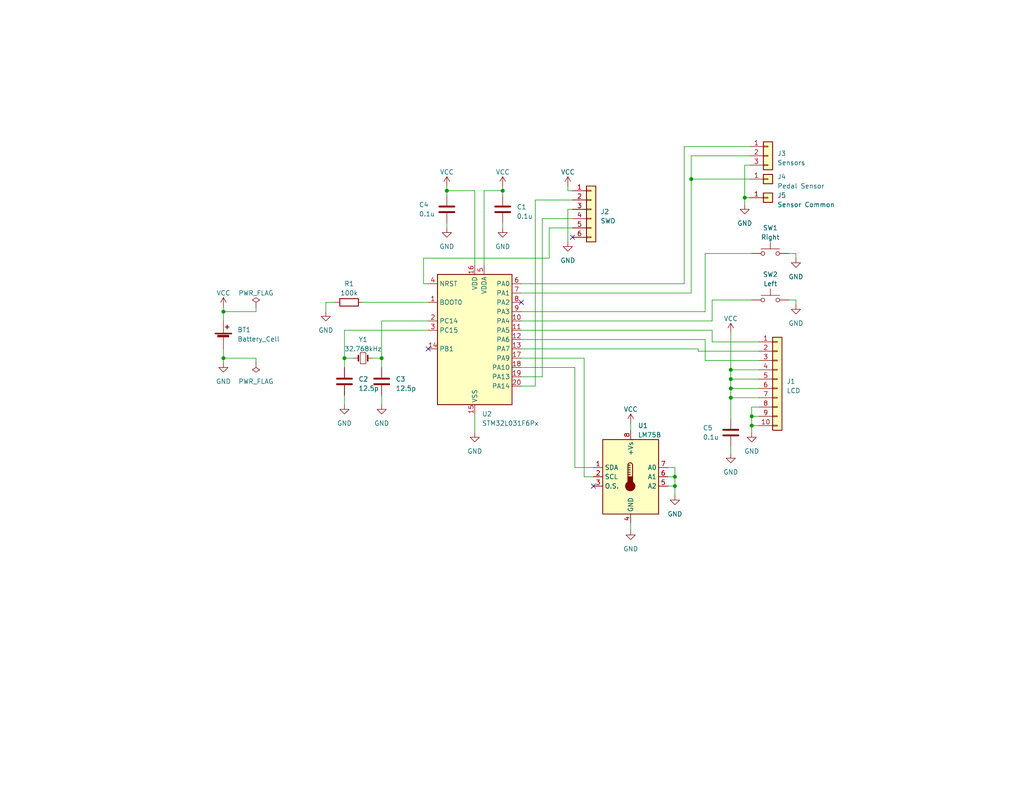
<source format=kicad_sch>
(kicad_sch (version 20230121) (generator eeschema)
  (paper "USLetter")
  (title_block (title "Bicycle Computer") (date "2023-05-24") (rev "1.00") (company "Alan Backlund"))
  (lib_symbols
    (symbol "Connector_Generic:Conn_01x01" (pin_names (offset 1.016) hide)
      (property "Reference" "J" (at 0 2.54 0))
      (property "Value" "Conn_01x01" (at 0 -2.54 0))
      (symbol "Conn_01x01_1_1"
        (rectangle (start -1.27 0.127) (end 0 -0.127) (stroke (width 0.1524)))
        (rectangle (start -1.27 1.27) (end 1.27 -1.27) (stroke (width 0.254)) (fill (type background)))
        (pin passive line (at -5.08 0 0) (length 3.81) (name "Pin_1") (number "1"))
      )
    )
    (symbol "Connector_Generic:Conn_01x03" (pin_names (offset 1.016) hide)
      (property "Reference" "J" (at 0 5.08 0))
      (property "Value" "Conn_01x03" (at 0 -5.08 0))
      (symbol "Conn_01x03_1_1"
        (rectangle (start -1.27 -2.413) (end 0 -2.667) (stroke (width 0.1524)))
        (rectangle (start -1.27 0.127) (end 0 -0.127) (stroke (width 0.1524)))
        (rectangle (start -1.27 2.667) (end 0 2.413) (stroke (width 0.1524)))
        (rectangle (start -1.27 3.81) (end 1.27 -3.81) (stroke (width 0.254)) (fill (type background)))
        (pin passive line (at -5.08 2.54 0) (length 3.81) (name "Pin_1") (number "1"))
        (pin passive line (at -5.08 0 0) (length 3.81) (name "Pin_2") (number "2"))
        (pin passive line (at -5.08 -2.54 0) (length 3.81) (name "Pin_3") (number "3"))
      )
    )
    (symbol "Connector_Generic:Conn_01x06" (pin_names (offset 1.016) hide)
      (property "Reference" "J" (at 0 7.62 0))
      (property "Value" "Conn_01x06" (at 0 -10.16 0))
      (symbol "Conn_01x06_1_1"
        (rectangle (start -1.27 -7.493) (end 0 -7.747) (stroke (width 0.1524)))
        (rectangle (start -1.27 -4.953) (end 0 -5.207) (stroke (width 0.1524)))
        (rectangle (start -1.27 -2.413) (end 0 -2.667) (stroke (width 0.1524)))
        (rectangle (start -1.27 0.127) (end 0 -0.127) (stroke (width 0.1524)))
        (rectangle (start -1.27 2.667) (end 0 2.413) (stroke (width 0.1524)))
        (rectangle (start -1.27 5.207) (end 0 4.953) (stroke (width 0.1524)))
        (rectangle (start -1.27 6.35) (end 1.27 -8.89) (stroke (width 0.254)) (fill (type background)))
        (pin passive line (at -5.08 5.08 0) (length 3.81) (name "Pin_1") (number "1"))
        (pin passive line (at -5.08 2.54 0) (length 3.81) (name "Pin_2") (number "2"))
        (pin passive line (at -5.08 0 0) (length 3.81) (name "Pin_3") (number "3"))
        (pin passive line (at -5.08 -2.54 0) (length 3.81) (name "Pin_4") (number "4"))
        (pin passive line (at -5.08 -5.08 0) (length 3.81) (name "Pin_5") (number "5"))
        (pin passive line (at -5.08 -7.62 0) (length 3.81) (name "Pin_6") (number "6"))
      )
    )
    (symbol "Connector_Generic:Conn_01x10" (pin_names (offset 1.016) hide)
      (property "Reference" "J" (at 0 12.7 0))
      (property "Value" "Conn_01x10" (at 0 -15.24 0))
      (symbol "Conn_01x10_1_1"
        (rectangle (start -1.27 -12.573) (end 0 -12.827) (stroke (width 0.1524)))
        (rectangle (start -1.27 -10.033) (end 0 -10.287) (stroke (width 0.1524)))
        (rectangle (start -1.27 -7.493) (end 0 -7.747) (stroke (width 0.1524)))
        (rectangle (start -1.27 -4.953) (end 0 -5.207) (stroke (width 0.1524)))
        (rectangle (start -1.27 -2.413) (end 0 -2.667) (stroke (width 0.1524)))
        (rectangle (start -1.27 0.127) (end 0 -0.127) (stroke (width 0.1524)))
        (rectangle (start -1.27 2.667) (end 0 2.413) (stroke (width 0.1524)))
        (rectangle (start -1.27 5.207) (end 0 4.953) (stroke (width 0.1524)))
        (rectangle (start -1.27 7.747) (end 0 7.493) (stroke (width 0.1524)))
        (rectangle (start -1.27 10.287) (end 0 10.033) (stroke (width 0.1524)))
        (rectangle (start -1.27 11.43) (end 1.27 -13.97) (stroke (width 0.254)) (fill (type background)))
        (pin passive line (at -5.08 10.16 0) (length 3.81) (name "Pin_1") (number "1"))
        (pin passive line (at -5.08 -12.7 0) (length 3.81) (name "Pin_10") (number "10"))
        (pin passive line (at -5.08 7.62 0) (length 3.81) (name "Pin_2") (number "2"))
        (pin passive line (at -5.08 5.08 0) (length 3.81) (name "Pin_3") (number "3"))
        (pin passive line (at -5.08 2.54 0) (length 3.81) (name "Pin_4") (number "4"))
        (pin passive line (at -5.08 0 0) (length 3.81) (name "Pin_5") (number "5"))
        (pin passive line (at -5.08 -2.54 0) (length 3.81) (name "Pin_6") (number "6"))
        (pin passive line (at -5.08 -5.08 0) (length 3.81) (name "Pin_7") (number "7"))
        (pin passive line (at -5.08 -7.62 0) (length 3.81) (name "Pin_8") (number "8"))
        (pin passive line (at -5.08 -10.16 0) (length 3.81) (name "Pin_9") (number "9"))
      )
    )
    (symbol "Device:Battery_Cell" (pin_numbers hide) (pin_names (offset 0) hide)
      (property "Reference" "BT" (at 2.54 2.54 0))
      (property "Value" "Battery_Cell" (at 2.54 0 0))
      (symbol "Battery_Cell_0_1"
        (rectangle (start -2.286 1.778) (end 2.286 1.524) (fill (type outline)))
        (rectangle (start -1.5748 1.1938) (end 1.4732 0.6858) (fill (type outline)))
        (polyline (pts (xy 0 0.762) (xy 0 0)))
        (polyline (pts (xy 0 1.778) (xy 0 2.54)))
        (polyline (pts (xy 0.508 3.429) (xy 1.524 3.429)) (stroke (width 0.254)))
        (polyline (pts (xy 1.016 3.937) (xy 1.016 2.921)) (stroke (width 0.254)))
      )
      (symbol "Battery_Cell_1_1"
        (pin passive line (at 0 5.08 270) (length 2.54) (name "+") (number "1"))
        (pin passive line (at 0 -2.54 90) (length 2.54) (name "-") (number "2"))
      )
    )
    (symbol "Device:C" (pin_numbers hide) (pin_names (offset 0.254))
      (property "Reference" "C" (at 0.635 2.54 0))
      (property "Value" "C" (at 0.635 -2.54 0))
      (symbol "C_0_1"
        (polyline (pts (xy -2.032 -0.762) (xy 2.032 -0.762)) (stroke (width 0.508)))
        (polyline (pts (xy -2.032 0.762) (xy 2.032 0.762)) (stroke (width 0.508)))
      )
      (symbol "C_1_1"
        (pin passive line (at 0 3.81 270) (length 2.794) (name "~") (number "1"))
        (pin passive line (at 0 -3.81 90) (length 2.794) (name "~") (number "2"))
      )
    )
    (symbol "Device:Crystal_Small" (pin_numbers hide) (pin_names (offset 1.016) hide)
      (property "Reference" "Y" (at 0 2.54 0))
      (property "Value" "Crystal_Small" (at 0 -2.54 0))
      (symbol "Crystal_Small_0_1"
        (rectangle (start -0.762 -1.524) (end 0.762 1.524))
        (polyline (pts (xy -1.27 -0.762) (xy -1.27 0.762)) (stroke (width 0.381)))
        (polyline (pts (xy 1.27 -0.762) (xy 1.27 0.762)) (stroke (width 0.381)))
      )
      (symbol "Crystal_Small_1_1"
        (pin passive line (at -2.54 0 0) (length 1.27) (name "1") (number "1"))
        (pin passive line (at 2.54 0 180) (length 1.27) (name "2") (number "2"))
      )
    )
    (symbol "Device:R" (pin_numbers hide) (pin_names (offset 0))
      (property "Reference" "R" (at 2.032 0 90))
      (property "Value" "R" (at 0 0 90))
      (symbol "R_0_1"
        (rectangle (start -1.016 -2.54) (end 1.016 2.54) (stroke (width 0.254)))
      )
      (symbol "R_1_1"
        (pin passive line (at 0 3.81 270) (length 1.27) (name "~") (number "1"))
        (pin passive line (at 0 -3.81 90) (length 1.27) (name "~") (number "2"))
      )
    )
    (symbol "MCU_ST_STM32L0:STM32L031F6Px"
      (property "Reference" "U" (at -10.16 19.05 0))
      (property "Value" "STM32L031F6Px" (at 5.08 19.05 0))
      (symbol "STM32L031F6Px_0_1"
        (rectangle (start -10.16 -17.78) (end 10.16 17.78) (stroke (width 0.254)) (fill (type background)))
      )
      (symbol "STM32L031F6Px_1_1"
        (pin input line (at -12.7 10.16 0) (length 2.54) (name "BOOT0") (number "1"))
        (pin bidirectional line (at 12.7 5.08 180) (length 2.54) (name "PA4") (number "10"))
        (pin bidirectional line (at 12.7 2.54 180) (length 2.54) (name "PA5") (number "11"))
        (pin bidirectional line (at 12.7 0 180) (length 2.54) (name "PA6") (number "12"))
        (pin bidirectional line (at 12.7 -2.54 180) (length 2.54) (name "PA7") (number "13"))
        (pin bidirectional line (at -12.7 -2.54 0) (length 2.54) (name "PB1") (number "14"))
        (pin power_in line (at 0 -20.32 90) (length 2.54) (name "VSS") (number "15"))
        (pin power_in line (at 0 20.32 270) (length 2.54) (name "VDD") (number "16"))
        (pin bidirectional line (at 12.7 -5.08 180) (length 2.54) (name "PA9") (number "17"))
        (pin bidirectional line (at 12.7 -7.62 180) (length 2.54) (name "PA10") (number "18"))
        (pin bidirectional line (at 12.7 -10.16 180) (length 2.54) (name "PA13") (number "19"))
        (pin bidirectional line (at -12.7 5.08 0) (length 2.54) (name "PC14") (number "2"))
        (pin bidirectional line (at 12.7 -12.7 180) (length 2.54) (name "PA14") (number "20"))
        (pin bidirectional line (at -12.7 2.54 0) (length 2.54) (name "PC15") (number "3"))
        (pin input line (at -12.7 15.24 0) (length 2.54) (name "NRST") (number "4"))
        (pin power_in line (at 2.54 20.32 270) (length 2.54) (name "VDDA") (number "5"))
        (pin bidirectional line (at 12.7 15.24 180) (length 2.54) (name "PA0") (number "6"))
        (pin bidirectional line (at 12.7 12.7 180) (length 2.54) (name "PA1") (number "7"))
        (pin bidirectional line (at 12.7 10.16 180) (length 2.54) (name "PA2") (number "8"))
        (pin bidirectional line (at 12.7 7.62 180) (length 2.54) (name "PA3") (number "9"))
      )
    )
    (symbol "Sensor_Temperature:LM75B"
      (property "Reference" "U" (at -6.35 11.43 0))
      (property "Value" "LM75B" (at 0 11.43 0))
      (symbol "LM75B_0_1"
        (rectangle (start -7.62 10.16) (end 7.62 -10.16) (stroke (width 0.254)) (fill (type background)))
        (circle (center -0.127 -2.54) (radius 1.27) (stroke (width 0.254)) (fill (type outline)))
        (polyline (pts (xy -0.762 0.635) (xy -0.127 0.635)) (stroke (width 0.254)))
        (polyline (pts (xy -0.762 1.27) (xy -0.127 1.27)) (stroke (width 0.254)))
        (polyline (pts (xy -0.762 1.905) (xy -0.127 1.905)) (stroke (width 0.254)))
        (polyline (pts (xy -0.762 2.54) (xy -0.127 2.54)) (stroke (width 0.254)))
        (polyline (pts (xy -0.762 3.175) (xy -0.762 0)) (stroke (width 0.254)))
        (polyline (pts (xy -0.762 3.175) (xy -0.127 3.175)) (stroke (width 0.254)))
        (polyline (pts (xy 0.508 3.175) (xy 0.508 0)) (stroke (width 0.254)))
        (rectangle (start 0.508 -1.905) (end -0.762 0) (stroke (width 0.254)) (fill (type outline)))
        (arc (start 0.508 3.175) (mid -0.127 3.8073) (end -0.762 3.175) (stroke (width 0.254)))
      )
      (symbol "LM75B_1_1"
        (pin bidirectional line (at -10.16 2.54 0) (length 2.54) (name "SDA") (number "1"))
        (pin input line (at -10.16 0 0) (length 2.54) (name "SCL") (number "2"))
        (pin open_collector line (at -10.16 -2.54 0) (length 2.54) (name "O.S.") (number "3"))
        (pin power_in line (at 0 -12.7 90) (length 2.54) (name "GND") (number "4"))
        (pin input line (at 10.16 -2.54 180) (length 2.54) (name "A2") (number "5"))
        (pin input line (at 10.16 0 180) (length 2.54) (name "A1") (number "6"))
        (pin input line (at 10.16 2.54 180) (length 2.54) (name "A0") (number "7"))
        (pin power_in line (at 0 12.7 270) (length 2.54) (name "+Vs") (number "8"))
      )
    )
    (symbol "Switch:SW_Push" (pin_numbers hide) (pin_names (offset 1.016) hide)
      (property "Reference" "SW" (at 1.27 2.54 0))
      (property "Value" "SW_Push" (at 0 -1.524 0))
      (symbol "SW_Push_0_1"
        (circle (center -2.032 0) (radius 0.508))
        (polyline (pts (xy 0 1.27) (xy 0 3.048)))
        (polyline (pts (xy 2.54 1.27) (xy -2.54 1.27)))
        (circle (center 2.032 0) (radius 0.508))
        (pin passive line (at -5.08 0 0) (length 2.54) (name "1") (number "1"))
        (pin passive line (at 5.08 0 180) (length 2.54) (name "2") (number "2"))
      )
    )
    (symbol "power:GND" (power) (pin_names (offset 0))
      (property "Value" "GND" (at 0 -3.81 0))
      (symbol "GND_0_1"
        (polyline (pts (xy 0 0) (xy 0 -1.27) (xy 1.27 -1.27) (xy 0 -2.54) (xy -1.27 -1.27) (xy 0 -1.27)))
      )
      (symbol "GND_1_1"
        (pin power_in line (at 0 0 270) (length 0) hide (name "GND") (number "1"))
      )
    )
    (symbol "power:PWR_FLAG" (power) (pin_numbers hide) (pin_names (offset 0) hide)
      (property "Value" "PWR_FLAG" (at 0 3.81 0))
      (symbol "PWR_FLAG_0_0"
        (pin power_out line (at 0 0 90) (length 0) (name "pwr") (number "1"))
      )
      (symbol "PWR_FLAG_0_1"
        (polyline (pts (xy 0 0) (xy 0 1.27) (xy -1.016 1.905) (xy 0 2.54) (xy 1.016 1.905) (xy 0 1.27)))
      )
    )
    (symbol "power:VCC" (power) (pin_names (offset 0))
      (property "Value" "VCC" (at 0 3.81 0))
      (symbol "VCC_0_1"
        (polyline (pts (xy -0.762 1.27) (xy 0 2.54)))
        (polyline (pts (xy 0 0) (xy 0 2.54)))
        (polyline (pts (xy 0 2.54) (xy 0.762 1.27)))
      )
      (symbol "VCC_1_1"
        (pin power_in line (at 0 0 90) (length 0) hide (name "VCC") (number "1"))
      )
    )
  )
  (junction (at 205.105 116.205))
  (junction (at 203.2 53.975))
  (junction (at 104.14 97.79))
  (junction (at 184.15 132.715))
  (junction (at 199.39 106.045))
  (junction (at 205.105 113.665))
  (junction (at 121.92 52.07))
  (junction (at 137.16 52.07))
  (junction (at 60.96 85.09))
  (junction (at 184.15 130.175))
  (junction (at 93.98 97.79))
  (junction (at 199.39 103.505))
  (junction (at 60.96 97.79))
  (junction (at 188.595 48.895))
  (junction (at 199.39 100.965))
  (junction (at 199.39 108.585))
  (no_connect (at 161.925 132.715))
  (no_connect (at 142.24 82.55))
  (no_connect (at 156.21 64.77))
  (no_connect (at 116.84 95.25))
  (wire (pts (xy 207.01 93.345) (xy 194.31 93.345)))
  (wire (pts (xy 60.96 83.82) (xy 60.96 85.09)))
  (wire (pts (xy 115.57 77.47) (xy 115.57 70.485)))
  (wire (pts (xy 217.17 81.915) (xy 217.17 83.185)))
  (wire (pts (xy 156.845 100.33) (xy 142.24 100.33)))
  (wire (pts (xy 104.14 97.79) (xy 104.14 100.33)))
  (wire (pts (xy 60.96 85.09) (xy 60.96 87.63)))
  (wire (pts (xy 60.96 97.79) (xy 69.85 97.79)))
  (wire (pts (xy 146.05 105.41) (xy 142.24 105.41)))
  (wire (pts (xy 184.15 130.175) (xy 184.15 132.715)))
  (wire (pts (xy 182.245 132.715) (xy 184.15 132.715)))
  (wire (pts (xy 156.21 54.61) (xy 146.05 54.61)))
  (wire (pts (xy 69.85 97.79) (xy 69.85 99.06)))
  (wire (pts (xy 194.31 90.17) (xy 142.24 90.17)))
  (wire (pts (xy 142.24 80.01) (xy 188.595 80.01)))
  (wire (pts (xy 192.405 98.425) (xy 192.405 92.71)))
  (wire (pts (xy 190.5 95.25) (xy 190.5 95.885)))
  (wire (pts (xy 203.2 53.975) (xy 204.47 53.975)))
  (wire (pts (xy 88.9 85.09) (xy 88.9 82.55)))
  (wire (pts (xy 199.39 106.045) (xy 207.01 106.045)))
  (wire (pts (xy 132.08 52.07) (xy 132.08 72.39)))
  (wire (pts (xy 182.245 130.175) (xy 184.15 130.175)))
  (wire (pts (xy 199.39 100.965) (xy 207.01 100.965)))
  (wire (pts (xy 159.385 130.175) (xy 159.385 97.79)))
  (wire (pts (xy 205.105 111.125) (xy 205.105 113.665)))
  (wire (pts (xy 199.39 103.505) (xy 199.39 106.045)))
  (wire (pts (xy 215.265 69.215) (xy 217.17 69.215)))
  (wire (pts (xy 192.405 85.09) (xy 192.405 69.215)))
  (wire (pts (xy 137.16 52.07) (xy 137.16 50.8)))
  (wire (pts (xy 154.94 52.07) (xy 156.21 52.07)))
  (wire (pts (xy 156.21 59.69) (xy 147.955 59.69)))
  (wire (pts (xy 194.31 87.63) (xy 194.31 81.915)))
  (wire (pts (xy 142.24 95.25) (xy 190.5 95.25)))
  (wire (pts (xy 104.14 107.95) (xy 104.14 110.49)))
  (wire (pts (xy 199.39 103.505) (xy 207.01 103.505)))
  (wire (pts (xy 186.69 40.005) (xy 204.47 40.005)))
  (wire (pts (xy 154.94 57.15) (xy 154.94 66.04)))
  (wire (pts (xy 93.98 90.17) (xy 116.84 90.17)))
  (wire (pts (xy 203.2 45.085) (xy 203.2 53.975)))
  (wire (pts (xy 132.08 52.07) (xy 137.16 52.07)))
  (wire (pts (xy 205.105 116.205) (xy 207.01 116.205)))
  (wire (pts (xy 99.06 82.55) (xy 116.84 82.55)))
  (wire (pts (xy 156.21 57.15) (xy 154.94 57.15)))
  (wire (pts (xy 199.39 106.045) (xy 199.39 108.585)))
  (wire (pts (xy 104.14 87.63) (xy 104.14 97.79)))
  (wire (pts (xy 207.01 98.425) (xy 192.405 98.425)))
  (wire (pts (xy 172.085 115.57) (xy 172.085 117.475)))
  (wire (pts (xy 147.955 102.87) (xy 142.24 102.87)))
  (wire (pts (xy 60.96 95.25) (xy 60.96 97.79)))
  (wire (pts (xy 186.69 77.47) (xy 186.69 40.005)))
  (wire (pts (xy 161.925 127.635) (xy 156.845 127.635)))
  (wire (pts (xy 129.54 113.03) (xy 129.54 118.11)))
  (wire (pts (xy 121.92 50.8) (xy 121.92 52.07)))
  (wire (pts (xy 156.845 127.635) (xy 156.845 100.33)))
  (wire (pts (xy 159.385 97.79) (xy 142.24 97.79)))
  (wire (pts (xy 116.84 87.63) (xy 104.14 87.63)))
  (wire (pts (xy 188.595 48.895) (xy 188.595 42.545)))
  (wire (pts (xy 96.52 97.79) (xy 93.98 97.79)))
  (wire (pts (xy 188.595 42.545) (xy 204.47 42.545)))
  (wire (pts (xy 203.2 53.975) (xy 203.2 55.88)))
  (wire (pts (xy 184.15 132.715) (xy 184.15 135.255)))
  (wire (pts (xy 69.85 85.09) (xy 69.85 83.82)))
  (wire (pts (xy 217.17 69.215) (xy 217.17 70.485)))
  (wire (pts (xy 172.085 142.875) (xy 172.085 144.78)))
  (wire (pts (xy 184.15 127.635) (xy 184.15 130.175)))
  (wire (pts (xy 188.595 48.895) (xy 204.47 48.895)))
  (wire (pts (xy 199.39 108.585) (xy 199.39 114.3)))
  (wire (pts (xy 207.01 113.665) (xy 205.105 113.665)))
  (wire (pts (xy 205.105 116.205) (xy 205.105 118.11)))
  (wire (pts (xy 60.96 97.79) (xy 60.96 99.06)))
  (wire (pts (xy 192.405 69.215) (xy 205.105 69.215)))
  (wire (pts (xy 129.54 52.07) (xy 129.54 72.39)))
  (wire (pts (xy 93.98 90.17) (xy 93.98 97.79)))
  (wire (pts (xy 154.94 50.8) (xy 154.94 52.07)))
  (wire (pts (xy 149.86 62.23) (xy 156.21 62.23)))
  (wire (pts (xy 101.6 97.79) (xy 104.14 97.79)))
  (wire (pts (xy 115.57 77.47) (xy 116.84 77.47)))
  (wire (pts (xy 142.24 87.63) (xy 194.31 87.63)))
  (wire (pts (xy 137.16 60.96) (xy 137.16 62.23)))
  (wire (pts (xy 121.92 52.07) (xy 121.92 53.34)))
  (wire (pts (xy 146.05 54.61) (xy 146.05 105.41)))
  (wire (pts (xy 147.955 59.69) (xy 147.955 102.87)))
  (wire (pts (xy 215.265 81.915) (xy 217.17 81.915)))
  (wire (pts (xy 199.39 108.585) (xy 207.01 108.585)))
  (wire (pts (xy 161.925 130.175) (xy 159.385 130.175)))
  (wire (pts (xy 93.98 97.79) (xy 93.98 100.33)))
  (wire (pts (xy 182.245 127.635) (xy 184.15 127.635)))
  (wire (pts (xy 204.47 45.085) (xy 203.2 45.085)))
  (wire (pts (xy 142.24 77.47) (xy 186.69 77.47)))
  (wire (pts (xy 188.595 48.895) (xy 188.595 80.01)))
  (wire (pts (xy 129.54 52.07) (xy 121.92 52.07)))
  (wire (pts (xy 194.31 81.915) (xy 205.105 81.915)))
  (wire (pts (xy 190.5 95.885) (xy 207.01 95.885)))
  (wire (pts (xy 88.9 82.55) (xy 91.44 82.55)))
  (wire (pts (xy 137.16 52.07) (xy 137.16 53.34)))
  (wire (pts (xy 192.405 92.71) (xy 142.24 92.71)))
  (wire (pts (xy 149.86 70.485) (xy 149.86 62.23)))
  (wire (pts (xy 205.105 113.665) (xy 205.105 116.205)))
  (wire (pts (xy 121.92 60.96) (xy 121.92 62.23)))
  (wire (pts (xy 93.98 107.95) (xy 93.98 110.49)))
  (wire (pts (xy 199.39 100.965) (xy 199.39 103.505)))
  (wire (pts (xy 207.01 111.125) (xy 205.105 111.125)))
  (wire (pts (xy 115.57 70.485) (xy 149.86 70.485)))
  (wire (pts (xy 194.31 93.345) (xy 194.31 90.17)))
  (wire (pts (xy 142.24 85.09) (xy 192.405 85.09)))
  (wire (pts (xy 199.39 90.805) (xy 199.39 100.965)))
  (wire (pts (xy 60.96 85.09) (xy 69.85 85.09)))
  (wire (pts (xy 199.39 121.92) (xy 199.39 123.825)))
  (symbol (lib_id "MCU_ST_STM32L0:STM32L031F6Px") (at 129.54 92.71 0) (unit 1)
    (property "Reference" "U2" (at 131.4959 113.03 0) (effects (justify left)))
    (property "Value" "STM32L031F6Px" (at 131.4959 115.57 0) (effects (justify left)))
    (property "Footprint" "Package_SO:TSSOP-20_4.4x6.5mm_P0.65mm" (effects hide))
    (property "Datasheet" "https://www.st.com/resource/en/datasheet/stm32l031f6.pdf" (effects hide))
  )
  (symbol (lib_id "Device:C") (at 121.92 57.15 0) (unit 1)
    (property "Reference" "C4" (at 114.3 55.88 0) (effects (justify left)))
    (property "Value" "0.1u" (at 114.3 58.42 0) (effects (justify left)))
    (property "Footprint" "Capacitor_SMD:C_0805_2012Metric" (effects hide))
  )
  (symbol (lib_id "power:VCC") (at 199.39 90.805 0) (unit 1)
    (property "Reference" "#PWR020" (effects hide))
    (property "Value" "VCC" (at 199.39 86.995 0))
  )
  (symbol (lib_id "Device:C") (at 93.98 104.14 0) (unit 1)
    (property "Reference" "C2" (at 97.79 103.505 0) (effects (justify left)))
    (property "Value" "12.5p" (at 97.79 106.045 0) (effects (justify left)))
    (property "Footprint" "Capacitor_SMD:C_0805_2012Metric" (effects hide))
  )
  (symbol (lib_id "Device:C") (at 104.14 104.14 0) (unit 1)
    (property "Reference" "C3" (at 107.95 103.505 0) (effects (justify left)))
    (property "Value" "12.5p" (at 107.95 106.045 0) (effects (justify left)))
    (property "Footprint" "Capacitor_SMD:C_0805_2012Metric" (effects hide))
  )
  (symbol (lib_id "power:VCC") (at 60.96 83.82 0) (unit 1)
    (property "Reference" "#PWR02" (effects hide))
    (property "Value" "VCC" (at 60.96 80.01 0))
  )
  (symbol (lib_id "power:GND") (at 121.92 62.23 0) (unit 1)
    (property "Reference" "#PWR014" (effects hide))
    (property "Value" "GND" (at 121.92 67.31 0))
  )
  (symbol (lib_id "power:VCC") (at 154.94 50.8 0) (unit 1)
    (property "Reference" "#PWR017" (effects hide))
    (property "Value" "VCC" (at 154.94 46.99 0))
  )
  (symbol (lib_id "Device:R") (at 95.25 82.55 90) (unit 1)
    (property "Reference" "R1" (at 95.25 77.47 90))
    (property "Value" "100k" (at 95.25 80.01 90))
    (property "Footprint" "Resistor_SMD:R_0805_2012Metric" (effects hide))
  )
  (symbol (lib_id "Connector_Generic:Conn_01x01") (at 209.55 48.895 0) (unit 1)
    (property "Reference" "J4" (at 212.09 48.26 0) (effects (justify left)))
    (property "Value" "Pedal Sensor" (at 212.09 50.8 0) (effects (justify left)))
    (property "Footprint" "Connector_PinHeader_2.54mm:PinHeader_1x01_P2.54mm_Vertical" (effects hide))
  )
  (symbol (lib_id "Device:C") (at 199.39 118.11 0) (unit 1)
    (property "Reference" "C5" (at 191.77 116.84 0) (effects (justify left)))
    (property "Value" "0.1u" (at 191.77 119.38 0) (effects (justify left)))
    (property "Footprint" "Capacitor_SMD:C_0805_2012Metric" (effects hide))
  )
  (symbol (lib_id "power:GND") (at 129.54 118.11 0) (unit 1)
    (property "Reference" "#PWR03" (effects hide))
    (property "Value" "GND" (at 129.54 123.19 0))
  )
  (symbol (lib_id "Connector_Generic:Conn_01x10") (at 212.09 103.505 0) (unit 1)
    (property "Reference" "J1" (at 214.63 104.14 0) (effects (justify left)))
    (property "Value" "LCD" (at 214.63 106.68 0) (effects (justify left)))
    (property "Footprint" "Connector_FFC-FPC:Hirose_FH12-10S-0.5SH_1x10-1MP_P0.50mm_Horizontal" (effects hide))
  )
  (symbol (lib_id "power:GND") (at 154.94 66.04 0) (unit 1)
    (property "Reference" "#PWR018" (effects hide))
    (property "Value" "GND" (at 154.94 71.12 0))
  )
  (symbol (lib_id "Connector_Generic:Conn_01x06") (at 161.29 57.15 0) (unit 1)
    (property "Reference" "J2" (at 163.83 57.785 0) (effects (justify left)))
    (property "Value" "SWD" (at 163.83 60.325 0) (effects (justify left)))
    (property "Footprint" "Connector_PinHeader_2.54mm:PinHeader_1x06_P2.54mm_Vertical" (effects hide))
  )
  (symbol (lib_id "Connector_Generic:Conn_01x03") (at 209.55 42.545 0) (unit 1)
    (property "Reference" "J3" (at 212.09 41.91 0) (effects (justify left)))
    (property "Value" "Sensors" (at 212.09 44.45 0) (effects (justify left)))
    (property "Footprint" "Connector_PinHeader_2.54mm:PinHeader_1x03_P2.54mm_Horizontal" (effects hide))
  )
  (symbol (lib_id "power:PWR_FLAG") (at 69.85 83.82 0) (unit 1)
    (property "Reference" "#FLG01" (effects hide))
    (property "Value" "PWR_FLAG" (at 69.85 80.01 0))
  )
  (symbol (lib_id "power:VCC") (at 137.16 50.8 0) (unit 1)
    (property "Reference" "#PWR016" (effects hide))
    (property "Value" "VCC" (at 137.16 46.99 0))
  )
  (symbol (lib_id "power:GND") (at 137.16 62.23 0) (unit 1)
    (property "Reference" "#PWR015" (effects hide))
    (property "Value" "GND" (at 137.16 67.31 0))
  )
  (symbol (lib_id "power:GND") (at 184.15 135.255 0) (unit 1)
    (property "Reference" "#PWR07" (effects hide))
    (property "Value" "GND" (at 184.15 140.335 0))
  )
  (symbol (lib_id "power:GND") (at 88.9 85.09 0) (unit 1)
    (property "Reference" "#PWR013" (effects hide))
    (property "Value" "GND" (at 88.9 90.17 0))
  )
  (symbol (lib_id "power:GND") (at 60.96 99.06 0) (unit 1)
    (property "Reference" "#PWR01" (effects hide))
    (property "Value" "GND" (at 60.96 104.14 0))
  )
  (symbol (lib_id "Device:Crystal_Small") (at 99.06 97.79 180) (unit 1)
    (property "Reference" "Y1" (at 99.06 92.71 0))
    (property "Value" "32.768kHz" (at 99.06 95.25 0))
    (property "Footprint" "Crystal:Crystal_C38-LF_D3.0mm_L8.0mm_Horizontal" (effects hide))
  )
  (symbol (lib_id "Device:C") (at 137.16 57.15 0) (unit 1)
    (property "Reference" "C1" (at 140.97 56.515 0) (effects (justify left)))
    (property "Value" "0.1u" (at 140.97 59.055 0) (effects (justify left)))
    (property "Footprint" "Capacitor_SMD:C_0805_2012Metric" (effects hide))
  )
  (symbol (lib_id "power:GND") (at 199.39 123.825 0) (unit 1)
    (property "Reference" "#PWR021" (effects hide))
    (property "Value" "GND" (at 199.39 128.905 0))
  )
  (symbol (lib_id "Sensor_Temperature:LM75B") (at 172.085 130.175 0) (unit 1)
    (property "Reference" "U1" (at 174.0409 116.205 0) (effects (justify left)))
    (property "Value" "LM75B" (at 174.0409 118.745 0) (effects (justify left)))
    (property "Footprint" "Package_SO:HVSSOP-8-1EP_3x3mm_P0.65mm_EP1.57x1.89mm" (effects hide))
    (property "Datasheet" "http://www.ti.com/lit/ds/symlink/lm75b.pdf" (effects hide))
  )
  (symbol (lib_id "power:GND") (at 205.105 118.11 0) (unit 1)
    (property "Reference" "#PWR019" (effects hide))
    (property "Value" "GND" (at 205.105 123.19 0))
  )
  (symbol (lib_id "power:GND") (at 217.17 70.485 0) (unit 1)
    (property "Reference" "#PWR012" (effects hide))
    (property "Value" "GND" (at 217.17 75.565 0))
  )
  (symbol (lib_id "power:GND") (at 203.2 55.88 0) (unit 1)
    (property "Reference" "#PWR08" (effects hide))
    (property "Value" "GND" (at 203.2 60.96 0))
  )
  (symbol (lib_id "power:GND") (at 104.14 110.49 0) (unit 1)
    (property "Reference" "#PWR010" (effects hide))
    (property "Value" "GND" (at 104.14 115.57 0))
  )
  (symbol (lib_id "Switch:SW_Push") (at 210.185 81.915 0) (unit 1)
    (property "Reference" "SW2" (at 210.185 74.93 0))
    (property "Value" "Left" (at 210.185 77.47 0))
    (property "Footprint" "Button_Switch_SMD:SW_Push_1P1T_NO_6x6mm_H9.5mm" (effects hide))
  )
  (symbol (lib_id "power:VCC") (at 172.085 115.57 0) (unit 1)
    (property "Reference" "#PWR06" (effects hide))
    (property "Value" "VCC" (at 172.085 111.76 0))
  )
  (symbol (lib_id "Device:Battery_Cell") (at 60.96 92.71 0) (unit 1)
    (property "Reference" "BT1" (at 64.77 90.043 0) (effects (justify left)))
    (property "Value" "Battery_Cell" (at 64.77 92.583 0) (effects (justify left)))
    (property "Footprint" "Battery:BatteryHolder_Keystone_3034_1x20mm" (effects hide))
  )
  (symbol (lib_id "Switch:SW_Push") (at 210.185 69.215 0) (unit 1)
    (property "Reference" "SW1" (at 210.185 62.23 0))
    (property "Value" "Right" (at 210.185 64.77 0))
    (property "Footprint" "Button_Switch_SMD:SW_Push_1P1T_NO_6x6mm_H9.5mm" (effects hide))
  )
  (symbol (lib_id "power:VCC") (at 121.92 50.8 0) (unit 1)
    (property "Reference" "#PWR05" (effects hide))
    (property "Value" "VCC" (at 121.92 46.99 0))
  )
  (symbol (lib_id "power:GND") (at 217.17 83.185 0) (unit 1)
    (property "Reference" "#PWR011" (effects hide))
    (property "Value" "GND" (at 217.17 88.265 0))
  )
  (symbol (lib_id "power:PWR_FLAG") (at 69.85 99.06 180) (unit 1)
    (property "Reference" "#FLG02" (effects hide))
    (property "Value" "PWR_FLAG" (at 69.85 104.14 0))
  )
  (symbol (lib_id "power:GND") (at 172.085 144.78 0) (unit 1)
    (property "Reference" "#PWR04" (effects hide))
    (property "Value" "GND" (at 172.085 149.86 0))
  )
  (symbol (lib_id "power:GND") (at 93.98 110.49 0) (unit 1)
    (property "Reference" "#PWR09" (effects hide))
    (property "Value" "GND" (at 93.98 115.57 0))
  )
  (symbol (lib_id "Connector_Generic:Conn_01x01") (at 209.55 53.975 0) (unit 1)
    (property "Reference" "J5" (at 212.09 53.34 0) (effects (justify left)))
    (property "Value" "Sensor Common" (at 212.09 55.88 0) (effects (justify left)))
    (property "Footprint" "Connector_PinHeader_2.54mm:PinHeader_1x01_P2.54mm_Vertical" (effects hide))
  )
)
</source>
